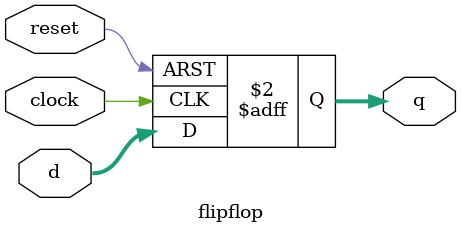
<source format=sv>
module flipflop (
	input logic clock,
	input logic reset,
	input logic [3:0] d,
	output logic [3:0] q
);

	// Async reset
	always_ff @( posedge clock, posedge reset )  
		if (reset)
			q <= 4'b00;
		else
			q <= d;
	
endmodule
</source>
